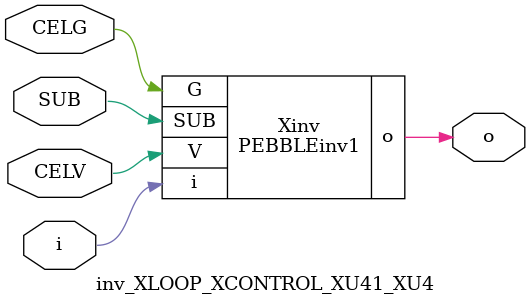
<source format=v>



module PEBBLEinv1 ( o, G, SUB, V, i );

  input V;
  input i;
  input G;
  output o;
  input SUB;
endmodule

//Celera Confidential Do Not Copy inv_XLOOP_XCONTROL_XU41_XU4
//Celera Confidential Symbol Generator
//5V Inverter
module inv_XLOOP_XCONTROL_XU41_XU4 (CELV,CELG,i,o,SUB);
input CELV;
input CELG;
input i;
input SUB;
output o;

//Celera Confidential Do Not Copy inv
PEBBLEinv1 Xinv(
.V (CELV),
.i (i),
.o (o),
.SUB (SUB),
.G (CELG)
);
//,diesize,PEBBLEinv1

//Celera Confidential Do Not Copy Module End
//Celera Schematic Generator
endmodule

</source>
